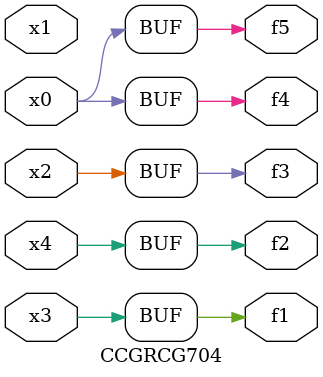
<source format=v>
module CCGRCG704(
	input x0, x1, x2, x3, x4,
	output f1, f2, f3, f4, f5
);
	assign f1 = x3;
	assign f2 = x4;
	assign f3 = x2;
	assign f4 = x0;
	assign f5 = x0;
endmodule

</source>
